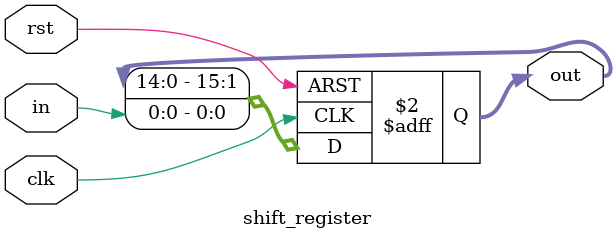
<source format=sv>
`timescale 1ns / 1ps


module shift_register #(parameter bits=16) (input clk, rst, in, output reg [bits-1:0] out);
    always @(posedge clk, posedge rst)
        if(rst)
            out <= {bits{1'b0}};
        else
            out <= {out[bits-2:0], in};
endmodule

</source>
